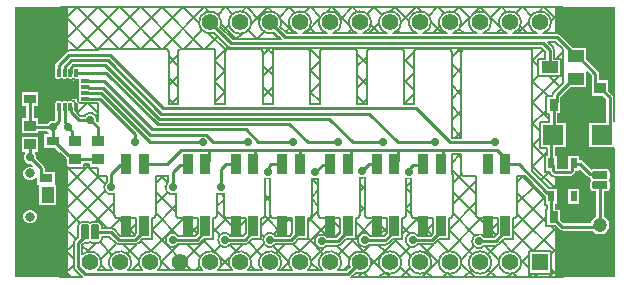
<source format=gbl>
G04*
G04 #@! TF.GenerationSoftware,Altium Limited,Altium Designer,24.2.2 (26)*
G04*
G04 Layer_Physical_Order=2*
G04 Layer_Color=14186556*
%FSLAX25Y25*%
%MOIN*%
G70*
G04*
G04 #@! TF.SameCoordinates,2439F8CB-51F8-4C0C-9BB0-1E6E72BC7716*
G04*
G04*
G04 #@! TF.FilePolarity,Positive*
G04*
G01*
G75*
%ADD15C,0.03150*%
%ADD18C,0.00500*%
%ADD19C,0.01000*%
%ADD20C,0.08661*%
%ADD21C,0.13843*%
%ADD22C,0.05543*%
%ADD23R,0.05543X0.05543*%
%ADD24C,0.02756*%
%ADD25R,0.07087X0.06693*%
G04:AMPARAMS|DCode=26|XSize=25mil|YSize=50mil|CornerRadius=2.5mil|HoleSize=0mil|Usage=FLASHONLY|Rotation=270.000|XOffset=0mil|YOffset=0mil|HoleType=Round|Shape=RoundedRectangle|*
%AMROUNDEDRECTD26*
21,1,0.02500,0.04500,0,0,270.0*
21,1,0.02000,0.05000,0,0,270.0*
1,1,0.00500,-0.02250,-0.01000*
1,1,0.00500,-0.02250,0.01000*
1,1,0.00500,0.02250,0.01000*
1,1,0.00500,0.02250,-0.01000*
%
%ADD26ROUNDEDRECTD26*%
%ADD27R,0.03228X0.07087*%
%ADD28R,0.05512X0.03937*%
%ADD29R,0.04016X0.03701*%
%ADD30R,0.03150X0.04016*%
%ADD31R,0.02362X0.03543*%
%ADD32C,0.04724*%
G04:AMPARAMS|DCode=33|XSize=11.02mil|YSize=27.17mil|CornerRadius=1.38mil|HoleSize=0mil|Usage=FLASHONLY|Rotation=90.000|XOffset=0mil|YOffset=0mil|HoleType=Round|Shape=RoundedRectangle|*
%AMROUNDEDRECTD33*
21,1,0.01102,0.02441,0,0,90.0*
21,1,0.00827,0.02717,0,0,90.0*
1,1,0.00276,0.01221,0.00413*
1,1,0.00276,0.01221,-0.00413*
1,1,0.00276,-0.01221,-0.00413*
1,1,0.00276,-0.01221,0.00413*
%
%ADD33ROUNDEDRECTD33*%
G04:AMPARAMS|DCode=34|XSize=27.17mil|YSize=11.02mil|CornerRadius=1.38mil|HoleSize=0mil|Usage=FLASHONLY|Rotation=90.000|XOffset=0mil|YOffset=0mil|HoleType=Round|Shape=RoundedRectangle|*
%AMROUNDEDRECTD34*
21,1,0.02717,0.00827,0,0,90.0*
21,1,0.02441,0.01102,0,0,90.0*
1,1,0.00276,0.00413,0.01221*
1,1,0.00276,0.00413,-0.01221*
1,1,0.00276,-0.00413,-0.01221*
1,1,0.00276,-0.00413,0.01221*
%
%ADD34ROUNDEDRECTD34*%
%ADD35R,0.06299X0.06299*%
%ADD36R,0.04016X0.03150*%
%ADD37R,0.04331X0.02756*%
%ADD38R,0.04331X0.05512*%
G04:AMPARAMS|DCode=39|XSize=25mil|YSize=50mil|CornerRadius=2.5mil|HoleSize=0mil|Usage=FLASHONLY|Rotation=180.000|XOffset=0mil|YOffset=0mil|HoleType=Round|Shape=RoundedRectangle|*
%AMROUNDEDRECTD39*
21,1,0.02500,0.04500,0,0,180.0*
21,1,0.02000,0.05000,0,0,180.0*
1,1,0.00500,-0.01000,0.02250*
1,1,0.00500,0.01000,0.02250*
1,1,0.00500,0.01000,-0.02250*
1,1,0.00500,-0.01000,-0.02250*
%
%ADD39ROUNDEDRECTD39*%
G36*
X-82500Y30264D02*
X-82788Y30071D01*
X-86267Y26593D01*
X-86532Y26196D01*
X-86625Y25728D01*
Y24841D01*
X-86655Y24795D01*
X-86720Y24468D01*
Y22028D01*
X-86655Y21701D01*
X-86470Y21423D01*
X-86193Y21238D01*
X-85866Y21173D01*
X-85039D01*
X-84712Y21238D01*
X-84469Y21401D01*
X-84224Y21238D01*
X-83898Y21173D01*
X-83071D01*
X-83000Y21188D01*
X-82500Y20846D01*
Y14154D01*
X-83000Y13813D01*
X-83071Y13827D01*
X-83898D01*
X-84224Y13762D01*
X-84469Y13599D01*
X-84712Y13762D01*
X-85039Y13827D01*
X-85866D01*
X-86193Y13762D01*
X-86470Y13577D01*
X-86655Y13299D01*
X-86720Y12972D01*
Y10531D01*
X-86676Y10310D01*
Y7554D01*
X-87152Y7078D01*
X-87913D01*
X-88677Y6762D01*
X-89215Y6224D01*
X-92292D01*
Y8161D01*
X-93777D01*
Y12237D01*
X-92292D01*
Y16787D01*
X-97708D01*
Y12237D01*
X-96223D01*
Y8161D01*
X-97708D01*
Y3060D01*
X-92292D01*
Y3777D01*
X-89215D01*
X-88723Y3285D01*
Y2763D01*
X-90208D01*
Y-1787D01*
X-86522D01*
X-83184Y-5125D01*
X-82787Y-5390D01*
X-82708Y-5406D01*
Y-8161D01*
X-82500D01*
Y-45000D01*
X-100000D01*
Y45000D01*
X-82500D01*
Y30264D01*
D02*
G37*
G36*
X100000Y7310D02*
X99530Y6898D01*
X99431Y6918D01*
Y15060D01*
X99338Y15528D01*
X99073Y15925D01*
X97708Y17290D01*
Y20661D01*
X94716D01*
Y22866D01*
X94622Y23334D01*
X94357Y23731D01*
X90287Y27802D01*
Y31409D01*
X85892D01*
X81436Y35865D01*
X81039Y36130D01*
X80571Y36224D01*
X80000D01*
Y45000D01*
X100000D01*
Y7310D01*
D02*
G37*
G36*
X90775Y-11300D02*
X91172Y-11566D01*
X91640Y-11659D01*
X91781D01*
Y-11800D01*
X91855Y-12171D01*
X92065Y-12485D01*
Y-12515D01*
X91855Y-12829D01*
X91781Y-13200D01*
Y-15200D01*
X91855Y-15571D01*
X92065Y-15885D01*
X92379Y-16095D01*
X92750Y-16169D01*
X93777D01*
Y-24670D01*
X93120Y-25050D01*
X92550Y-25620D01*
X92146Y-26318D01*
X91968Y-26984D01*
X82793D01*
X81787Y-25978D01*
Y-22292D01*
X80000D01*
Y-20483D01*
X80641D01*
Y-15540D01*
X80000D01*
Y-11245D01*
X80027Y-11224D01*
X85000D01*
X85468Y-11130D01*
X85865Y-10865D01*
X86424Y-10306D01*
X86689Y-9909D01*
X86779Y-9460D01*
X88121D01*
Y-9300D01*
X88583Y-9109D01*
X90775Y-11300D01*
D02*
G37*
G36*
X92269Y22359D02*
Y19461D01*
X92292Y19342D01*
Y15560D01*
X95978D01*
X96984Y14553D01*
Y6547D01*
X91328D01*
Y-1546D01*
X99814D01*
X100000Y-1970D01*
Y-45000D01*
X80000D01*
Y-28359D01*
X80500Y-28152D01*
X81422Y-29073D01*
X81818Y-29338D01*
X82287Y-29431D01*
X92601D01*
X93120Y-29950D01*
X93818Y-30354D01*
X94597Y-30562D01*
X95403D01*
X96182Y-30354D01*
X96880Y-29950D01*
X97450Y-29380D01*
X97853Y-28682D01*
X98062Y-27903D01*
Y-27097D01*
X97853Y-26318D01*
X97450Y-25620D01*
X96880Y-25050D01*
X96223Y-24670D01*
Y-16169D01*
X97250D01*
X97621Y-16095D01*
X97935Y-15885D01*
X98145Y-15571D01*
X98219Y-15200D01*
Y-13200D01*
X98145Y-12829D01*
X97935Y-12515D01*
Y-12485D01*
X98145Y-12171D01*
X98219Y-11800D01*
Y-9800D01*
X98145Y-9429D01*
X97935Y-9115D01*
X97621Y-8905D01*
X97250Y-8831D01*
X92750D01*
X92379Y-8905D01*
X92065Y-9115D01*
X92052Y-9116D01*
X89201Y-6266D01*
X88804Y-6000D01*
X88336Y-5907D01*
X88121D01*
Y-4516D01*
X84359D01*
Y-7551D01*
X84336Y-7669D01*
Y-8777D01*
X80664D01*
Y-7669D01*
X80641Y-7551D01*
Y-4516D01*
X80000D01*
Y-1546D01*
X83672D01*
Y6547D01*
X80735D01*
Y9792D01*
X81787D01*
Y13457D01*
X81810Y13575D01*
Y15296D01*
X85105Y18591D01*
X90287D01*
Y23634D01*
X90787Y23841D01*
X92269Y22359D01*
D02*
G37*
%LPC*%
G36*
X-92292Y1940D02*
X-97708D01*
Y-3161D01*
X-96806D01*
X-96599Y-3661D01*
X-96762Y-3823D01*
X-97078Y-4587D01*
Y-5413D01*
X-96762Y-6177D01*
X-96177Y-6762D01*
X-95413Y-7078D01*
X-94652D01*
X-94008Y-7722D01*
X-94291Y-8146D01*
X-94547Y-8040D01*
X-95452D01*
X-96289Y-8387D01*
X-96929Y-9026D01*
X-97275Y-9862D01*
Y-10767D01*
X-96929Y-11603D01*
X-96289Y-12243D01*
X-95452Y-12590D01*
X-94547D01*
X-93711Y-12243D01*
X-93072Y-11603D01*
X-93050Y-11552D01*
X-92550Y-11652D01*
Y-14066D01*
X-91960D01*
Y-20956D01*
X-86229D01*
Y-14044D01*
X-86820D01*
Y-9910D01*
X-90127D01*
Y-8650D01*
X-90220Y-8181D01*
X-90485Y-7784D01*
X-92922Y-5348D01*
Y-4587D01*
X-93238Y-3823D01*
X-93401Y-3661D01*
X-93194Y-3161D01*
X-92292D01*
Y1940D01*
D02*
G37*
G36*
X-94547Y-22410D02*
X-95452D01*
X-96289Y-22757D01*
X-96929Y-23396D01*
X-97275Y-24233D01*
Y-25137D01*
X-96929Y-25974D01*
X-96289Y-26614D01*
X-95452Y-26960D01*
X-94547D01*
X-93711Y-26614D01*
X-93072Y-25974D01*
X-92725Y-25137D01*
Y-24233D01*
X-93072Y-23396D01*
X-93711Y-22757D01*
X-94547Y-22410D01*
D02*
G37*
G36*
X88121Y-15540D02*
X84359D01*
Y-20483D01*
X88121D01*
Y-15540D01*
D02*
G37*
%LPD*%
D15*
X-95000Y-10315D02*
D03*
Y-24685D02*
D03*
D18*
X-80422Y-41645D02*
G03*
X-79997Y-42670I1450J0D01*
G01*
X-80422Y-41645D02*
G03*
X-79994Y-42674I1450J0D01*
G01*
X-77670Y-44997D02*
G03*
X-77667Y-45000I1025J1025D01*
G01*
X-77674Y-44994D02*
G03*
X-77667Y-45000I1028J1022D01*
G01*
X-72263Y-42522D02*
G03*
X-71278Y-40000I-2737J2522D01*
G01*
D02*
G03*
X-77522Y-37263I-3722J0D01*
G01*
X-79997Y-32496D02*
G03*
X-80422Y-33522I1025J-1025D01*
G01*
X-79994Y-32493D02*
G03*
X-80422Y-33522I1022J-1028D01*
G01*
X-75700Y-33450D02*
G03*
X-75000Y-33225I0J1200D01*
G01*
X-72300Y-33450D02*
G03*
X-71100Y-32250I0J1200D01*
G01*
X-75000Y-33225D02*
G03*
X-74300Y-33450I700J975D01*
G01*
X-62263Y-42522D02*
G03*
X-61278Y-40000I-2737J2522D01*
G01*
D02*
G03*
X-67737Y-42522I-3722J0D01*
G01*
X-52263D02*
G03*
X-51278Y-40000I-2737J2522D01*
G01*
D02*
G03*
X-57737Y-42522I-3722J0D01*
G01*
X-66484Y-33502D02*
G03*
X-65456Y-33929I1028J1022D01*
G01*
X-66481Y-33505D02*
G03*
X-65456Y-33929I1025J1025D01*
G01*
X-59861D02*
G03*
X-58833Y-33502I0J1450D01*
G01*
X-59861Y-33929D02*
G03*
X-58836Y-33505I0J1450D01*
G01*
X-66907Y-28978D02*
G03*
X-67936Y-28550I-1028J-1022D01*
G01*
X-66910Y-28975D02*
G03*
X-67936Y-28550I-1025J-1025D01*
G01*
X-75000Y-26775D02*
G03*
X-75700Y-26550I-700J-975D01*
G01*
X-74300D02*
G03*
X-75000Y-26775I0J-1200D01*
G01*
X-77700Y-26550D02*
G03*
X-78900Y-27750I0J-1200D01*
G01*
X-71100D02*
G03*
X-72300Y-26550I-1200J0D01*
G01*
X-45695Y-31029D02*
G03*
X-45663Y-33929I-1805J-1471D01*
G01*
X-32263Y-42522D02*
G03*
X-31278Y-40000I-2737J2522D01*
G01*
D02*
G03*
X-37737Y-42522I-3722J0D01*
G01*
X-22263D02*
G03*
X-21278Y-40000I-2737J2522D01*
G01*
D02*
G03*
X-27737Y-42522I-3722J0D01*
G01*
X-39361Y-33929D02*
G03*
X-38333Y-33502I0J1450D01*
G01*
X-39361Y-33929D02*
G03*
X-38336Y-33505I0J1450D01*
G01*
X-28195Y-31029D02*
G03*
X-28163Y-33929I-1805J-1471D01*
G01*
X-23361D02*
G03*
X-22336Y-33505I0J1450D01*
G01*
X-23361Y-33929D02*
G03*
X-22333Y-33502I0J1450D01*
G01*
X-12263Y-42522D02*
G03*
X-11278Y-40000I-2737J2522D01*
G01*
D02*
G03*
X-17737Y-42522I-3722J0D01*
G01*
X-1278Y-40000D02*
G03*
X-7737Y-42522I-3722J0D01*
G01*
X-2263D02*
G03*
X-1278Y-40000I-2737J2522D01*
G01*
X-13195Y-31029D02*
G03*
X-13163Y-33929I-1805J-1471D01*
G01*
X-7861D02*
G03*
X-6836Y-33505I0J1450D01*
G01*
X-7861Y-33929D02*
G03*
X-6833Y-33502I0J1450D01*
G01*
X3992Y-31480D02*
G03*
X3992Y-34380I-1821J-1450D01*
G01*
X-83344Y-5285D02*
G03*
X-82958Y-5562I1025J1025D01*
G01*
X-83347Y-5282D02*
G03*
X-82958Y-5562I1028J1022D01*
G01*
X-72672Y7500D02*
G03*
X-76821Y8950I-2328J0D01*
G01*
X-84469Y13898D02*
G03*
X-85000Y14060I-571J-926D01*
G01*
X-80015Y12972D02*
G03*
X-81102Y14060I-1088J0D01*
G01*
X-83898D02*
G03*
X-84469Y13898I0J-1088D01*
G01*
X-81929Y14060D02*
G03*
X-82500Y13898I0J-1088D01*
G01*
D02*
G03*
X-83071Y14060I-571J-926D01*
G01*
X-79060Y14134D02*
G03*
X-77972Y13046I1088J0D01*
G01*
X-69433Y-13179D02*
G03*
X-66874Y-17047I1450J-1821D01*
G01*
X-48950Y-13179D02*
G03*
X-46374Y-17038I1450J-1821D01*
G01*
X-72687Y7237D02*
G03*
X-72672Y7500I-2313J262D01*
G01*
X-75532Y13046D02*
G03*
X-75202Y13097I0J1088D01*
G01*
X-82500Y21102D02*
G03*
X-81929Y20940I571J926D01*
G01*
X-83071D02*
G03*
X-82500Y21102I0J1088D01*
G01*
X-80532Y21102D02*
G03*
X-79961Y20940I571J926D01*
G01*
X-81102D02*
G03*
X-80532Y21102I0J1088D01*
G01*
X-79058Y20942D02*
G03*
X-79060Y20866I1085J-76D01*
G01*
X-79134Y20940D02*
G03*
X-79058Y20942I0J1088D01*
G01*
X-84469Y21102D02*
G03*
X-83898Y20940I571J926D01*
G01*
X-85000Y20941D02*
G03*
X-84469Y21102I-39J1087D01*
G01*
X-81923Y30656D02*
G03*
X-82948Y30232I0J-1450D01*
G01*
X-81923Y30656D02*
G03*
X-82951Y30228I0J-1450D01*
G01*
X-78898Y17500D02*
G03*
X-79060Y16929I926J-571D01*
G01*
X-78898Y19468D02*
G03*
X-79060Y18898I926J-571D01*
G01*
Y20039D02*
G03*
X-78898Y19468I1088J0D01*
G01*
X-79060Y18071D02*
G03*
X-78898Y17500I1088J0D01*
G01*
X-78898Y15531D02*
G03*
X-79060Y14961I926J-571D01*
G01*
Y16102D02*
G03*
X-78898Y15531I1088J0D01*
G01*
X-32626Y-17028D02*
G03*
X-30374Y-17047I1142J2028D01*
G01*
X-16626Y-12007D02*
G03*
X-14874Y-12007I876J2157D01*
G01*
X-1126Y-12038D02*
G03*
X1126Y-12038I1126J2038D01*
G01*
X-29025Y31975D02*
G03*
X-28000Y31550I1025J1025D01*
G01*
X-29028Y31978D02*
G03*
X-28000Y31550I1028J1022D01*
G01*
X-31278Y40000D02*
G03*
X-33602Y36551I-3722J0D01*
G01*
X-31551Y38602D02*
G03*
X-31278Y40000I-3449J1398D01*
G01*
X-21278D02*
G03*
X-21278Y40000I-3722J0D01*
G01*
X-11278D02*
G03*
X-13602Y36551I-3722J0D01*
G01*
X-11551Y38602D02*
G03*
X-11278Y40000I-3449J1398D01*
G01*
X-3883Y36450D02*
G03*
X-1278Y40000I-1117J3550D01*
G01*
D02*
G03*
X-6117Y36450I-3722J0D01*
G01*
X12051Y-45000D02*
G03*
X12054Y-44997I-1022J1028D01*
G01*
X7737Y-42522D02*
G03*
X8722Y-40000I-2737J2522D01*
G01*
D02*
G03*
X2263Y-42522I-3722J0D01*
G01*
X12051Y-45000D02*
G03*
X12057Y-44994I-1022J1028D01*
G01*
X13602Y-43449D02*
G03*
X18722Y-40000I1398J3449D01*
G01*
X7688Y-34380D02*
G03*
X8713Y-33956I0J1450D01*
G01*
X7688Y-34380D02*
G03*
X8716Y-33953I0J1450D01*
G01*
X18722Y-40000D02*
G03*
X11551Y-41398I-3722J0D01*
G01*
X28722Y-40000D02*
G03*
X28722Y-40000I-3722J0D01*
G01*
X38722D02*
G03*
X38722Y-40000I-3722J0D01*
G01*
X23491Y-34077D02*
G03*
X24517Y-33652I0J1450D01*
G01*
X23491Y-34077D02*
G03*
X24520Y-33649I0J1450D01*
G01*
X39118Y-33950D02*
G03*
X40147Y-33522I0J1450D01*
G01*
X39118Y-33950D02*
G03*
X40143Y-33525I0J1450D01*
G01*
X18415Y-31177D02*
G03*
X18213Y-34077I-1915J-1323D01*
G01*
X14874Y-11793D02*
G03*
X16626Y-11653I704J2219D01*
G01*
X34321Y-31050D02*
G03*
X34321Y-33950I-1821J-1450D01*
G01*
X30374Y-12007D02*
G03*
X32126Y-12007I876J2157D01*
G01*
X48722Y-40000D02*
G03*
X48722Y-40000I-3722J0D01*
G01*
X58722D02*
G03*
X58722Y-40000I-3722J0D01*
G01*
X68722D02*
G03*
X68722Y-40000I-3722J0D01*
G01*
X56492Y-31480D02*
G03*
X56492Y-34380I-1821J-1450D01*
G01*
X60188D02*
G03*
X61213Y-33956I0J1450D01*
G01*
X60188Y-34380D02*
G03*
X61216Y-33953I0J1450D01*
G01*
X81258Y-29230D02*
G03*
X82287Y-29658I1028J1022D01*
G01*
X81261Y-29233D02*
G03*
X82287Y-29658I1025J1025D01*
G01*
X76463Y-17765D02*
G03*
X76629Y-17908I1025J1025D01*
G01*
X76460Y-17762D02*
G03*
X76629Y-17908I1028J1022D01*
G01*
X79001Y-11025D02*
G03*
X80027Y-11450I1025J1025D01*
G01*
X78998Y-11022D02*
G03*
X80027Y-11450I1028J1022D01*
G01*
X28722Y40000D02*
G03*
X23883Y36450I-3722J0D01*
G01*
X6117D02*
G03*
X8722Y40000I-1117J3550D01*
G01*
D02*
G03*
X3883Y36450I-3722J0D01*
G01*
X18722Y40000D02*
G03*
X13883Y36450I-3722J0D01*
G01*
X16117D02*
G03*
X18722Y40000I-1117J3550D01*
G01*
X48722D02*
G03*
X43883Y36450I-3722J0D01*
G01*
X46117D02*
G03*
X48722Y40000I-1117J3550D01*
G01*
X26117Y36450D02*
G03*
X28722Y40000I-1117J3550D01*
G01*
X36117Y36450D02*
G03*
X38722Y40000I-1117J3550D01*
G01*
D02*
G03*
X33883Y36450I-3722J0D01*
G01*
X78021Y-9710D02*
G03*
X78416Y-10440I1419J296D01*
G01*
X78021Y-9710D02*
G03*
X78419Y-10443I1419J296D01*
G01*
X79561Y16828D02*
G03*
X79137Y15803I1025J-1025D01*
G01*
X79564Y16832D02*
G03*
X79137Y15803I1022J-1028D01*
G01*
X68722Y40000D02*
G03*
X63883Y36450I-3722J0D01*
G01*
X66117D02*
G03*
X68722Y40000I-1117J3550D01*
G01*
X56117Y36450D02*
G03*
X58722Y40000I-1117J3550D01*
G01*
D02*
G03*
X53883Y36450I-3722J0D01*
G01*
X79619Y30831D02*
G03*
X79191Y31859I-1450J0D01*
G01*
X79619Y30831D02*
G03*
X79195Y31856I-1450J0D01*
G01*
X78722Y40000D02*
G03*
X73883Y36450I-3722J0D01*
G01*
X76117D02*
G03*
X78722Y40000I-1117J3550D01*
G01*
X81599Y36022D02*
G03*
X80571Y36450I-1028J-1022D01*
G01*
X81596Y36025D02*
G03*
X80571Y36450I-1025J-1025D01*
G01*
X-79997Y-42670D02*
X-79994Y-42674D01*
X-84584Y-45000D02*
X-80422Y-40838D01*
X-85000Y-41177D02*
X-81178Y-45000D01*
X-84584D02*
X-80422Y-40838D01*
Y-41645D02*
Y-33522D01*
X-85000Y-45000D02*
X-77667D01*
X-77674Y-44994D02*
X-77670Y-44997D01*
X-79994Y-42674D02*
X-77674Y-44994D01*
X-85000Y-38345D02*
X-80422Y-33767D01*
X-85000Y-34106D02*
X-80422Y-38685D01*
X-77522Y-37263D02*
Y-34122D01*
X-76849Y-33450D01*
X-79997Y-32496D02*
X-79994Y-32493D01*
X-75999Y-36415D02*
X-73034Y-33450D01*
X-77522Y-34514D02*
X-75692Y-36343D01*
X-75999Y-36415D02*
X-73034Y-33450D01*
X-74300D02*
X-72300D01*
X-76849D02*
X-75700D01*
X-72263Y-42522D02*
X-67737D01*
X-67963D02*
X-67843Y-42402D01*
X-71343Y-40692D02*
X-69514Y-42522D01*
X-71437Y-38925D02*
X-66223Y-33710D01*
X-71684Y-33280D02*
X-67614Y-37351D01*
X-62263Y-42522D02*
X-57737D01*
X-60892D02*
X-58706Y-40336D01*
X-63964Y-33929D02*
X-58645Y-39248D01*
X-51310Y-39512D02*
X-48300Y-42522D01*
X-51278Y-39979D02*
X-45229Y-33929D01*
X-65456D02*
X-59861D01*
X-71100Y-31516D02*
X-71034Y-31450D01*
X-71100Y-31516D02*
X-71034Y-31450D01*
X-66484Y-33502D02*
X-66481Y-33505D01*
X-68536Y-31450D02*
X-66484Y-33502D01*
X-62598Y-37157D02*
X-59223Y-33781D01*
X-45663Y-33929D02*
X-39361D01*
X-58836Y-33505D02*
X-58833Y-33502D01*
X-57561Y-32230D01*
X-58077Y-32745D02*
X-54512Y-36310D01*
X-57561Y-32230D02*
X-54483D01*
X-79994Y-32493D02*
X-78900Y-31399D01*
X-71100Y-32250D02*
Y-31450D01*
X-68536D01*
X-85000Y-45000D02*
Y-3629D01*
Y-31274D02*
X-69958Y-16232D01*
X-85000Y-27035D02*
X-79768Y-32267D01*
X-78900Y-31399D02*
Y-27750D01*
X-66907Y-28978D02*
X-64855Y-31029D01*
X-66910Y-28975D02*
X-66907Y-28978D01*
X-68134Y-28550D02*
X-64745Y-25161D01*
X-71100Y-28550D02*
X-67936D01*
X-68134D02*
X-64745Y-25161D01*
X-74300Y-26550D02*
X-72300D01*
X-85000Y-19964D02*
X-78270Y-26694D01*
X-85000Y-24203D02*
X-71916Y-11119D01*
X-77700Y-26550D02*
X-75700D01*
X-71100Y-28550D02*
Y-27750D01*
X-66800Y-24564D02*
X-66590Y-24878D01*
X-66874Y-24193D02*
X-66800Y-24564D01*
X-85000Y-12893D02*
X-69343Y-28550D01*
X-82411Y-8411D02*
X-66874Y-23948D01*
X-73205Y-26550D02*
X-66874Y-20219D01*
Y-24193D02*
Y-17047D01*
X-64855Y-31029D02*
X-60462D01*
X-59611Y-30179D01*
X-63542Y-31029D02*
X-59611Y-27099D01*
X-65661Y-25161D02*
X-60127Y-30695D01*
X-59611Y-30179D02*
Y-25161D01*
X-54483Y-32230D02*
Y-25161D01*
Y-29041D02*
X-46374Y-20933D01*
X-54483Y-29268D02*
X-41229Y-42522D01*
X-45695Y-31029D02*
X-39962D01*
X-54664Y-36294D02*
X-43532Y-25161D01*
X-53126Y-23554D02*
X-45651Y-31029D01*
X-44447Y-25161D02*
X-39271Y-30338D01*
X-45776Y-25088D02*
X-45406Y-25161D01*
X-65905D02*
X-59611D01*
X-54094D02*
X-53724Y-25088D01*
X-54483Y-25161D02*
X-54094D01*
X-66276Y-25088D02*
X-65905Y-25161D01*
X-66590Y-24878D02*
X-66276Y-25088D01*
X-53724D02*
X-53410Y-24878D01*
X-53200Y-24564D01*
X-46374Y-24193D02*
X-46300Y-24564D01*
X-53200D02*
X-53126Y-24193D01*
X-46090Y-24878D02*
X-45776Y-25088D01*
X-46300Y-24564D02*
X-46090Y-24878D01*
X-53126Y-24193D02*
Y-11221D01*
Y-16483D02*
X-46374Y-23235D01*
Y-24193D02*
Y-17038D01*
X-53126Y-20613D02*
X-49152Y-16640D01*
X-52263Y-42522D02*
X-37737D01*
X-39679D02*
X-38479Y-41322D01*
X-46750Y-42522D02*
X-36458Y-32230D01*
X-42750Y-33929D02*
X-38334Y-38346D01*
X-33678Y-36521D02*
X-31466Y-34308D01*
X-32263Y-42522D02*
X-27737D01*
X-22263D02*
X-17737D01*
X-31600Y-41514D02*
X-28220Y-38134D01*
X-37220Y-32389D02*
X-28575Y-41034D01*
X-26866Y-36780D02*
X-24016Y-33929D01*
X-38336Y-33505D02*
X-38333Y-33502D01*
X-37061Y-32230D01*
X-39962Y-31029D02*
X-39111Y-30179D01*
X-37061Y-32230D02*
X-33983D01*
X-28373Y-34165D02*
X-26095Y-36443D01*
X-28163Y-33929D02*
X-23361D01*
X-23962Y-31029D02*
X-23111Y-30179D01*
X-28195Y-31029D02*
X-23962D01*
X-22336Y-33505D02*
X-22333Y-33502D01*
X-21061Y-32230D01*
X-21443Y-41095D02*
X-20016Y-42522D01*
X-18466D02*
X-18061Y-42117D01*
X-21570Y-38555D02*
X-16883Y-33868D01*
X-22149Y-33318D02*
X-17855Y-37612D01*
X-11395Y-42522D02*
X-8718Y-39845D01*
X-12263Y-42522D02*
X-7737D01*
X-1279Y-40046D02*
X1197Y-42522D01*
X-2263D02*
X2263D01*
X-13864Y-34532D02*
X-8709Y-39687D01*
X-1311Y-39509D02*
X3161Y-35037D01*
X-21061Y-32230D02*
X-17983D01*
X-12883Y-36939D02*
X-9874Y-33929D01*
X-13163D02*
X-7861D01*
X-17983Y-30413D02*
X-17032Y-31364D01*
X-8462Y-31029D02*
X-7611Y-30179D01*
X-13195Y-31029D02*
X-8462D01*
X-7454Y-33871D02*
X-5046Y-36279D01*
X-6836Y-33505D02*
X-6833Y-33502D01*
X-5561Y-32230D01*
X-2483D01*
Y-31771D02*
X2768Y-37022D01*
X-42329Y-31029D02*
X-39111Y-27812D01*
X-33983Y-28555D02*
X-31665Y-30873D01*
X-29406Y-25161D02*
X-23111D01*
X-33983Y-32230D02*
Y-25161D01*
X-39111Y-30179D02*
Y-25161D01*
X-32626Y-22841D02*
X-24437Y-31029D01*
X-33983Y-29755D02*
X-29390Y-25161D01*
X-28187Y-31029D02*
X-23111Y-25954D01*
X-17983Y-32230D02*
Y-25161D01*
X-17594D01*
X-23111Y-30179D02*
Y-25161D01*
X-23234D02*
X-23111Y-25284D01*
X-17983Y-27897D02*
X-14740Y-24654D01*
X-17594Y-25161D02*
X-17224Y-25088D01*
X-45406Y-25161D02*
X-39111D01*
X-33595D02*
X-33224Y-25088D01*
X-33983Y-25161D02*
X-33595D01*
X-33224Y-25088D02*
X-32910Y-24878D01*
X-32700Y-24564D01*
X-32626Y-24193D01*
Y-17028D01*
X-29776Y-25088D02*
X-29406Y-25161D01*
X-30090Y-24878D02*
X-29776Y-25088D01*
X-17224D02*
X-16910Y-24878D01*
X-16700Y-24564D01*
X-30374Y-24193D02*
Y-17047D01*
X-32626Y-21327D02*
X-30374Y-19075D01*
X-30300Y-24564D02*
X-30090Y-24878D01*
X-30374Y-24193D02*
X-30300Y-24564D01*
X-13905Y-25161D02*
X-7611D01*
Y-30179D02*
Y-25161D01*
X-9092D02*
X-7611Y-26642D01*
X-16724Y-24600D02*
X-10295Y-31029D01*
X-14590Y-24878D02*
X-14276Y-25088D01*
X-13632Y-30617D02*
X-8177Y-25161D01*
X-14276Y-25088D02*
X-13905Y-25161D01*
X-5155Y-36281D02*
X5965Y-25161D01*
X-2483Y-32230D02*
Y-25161D01*
X-2094D01*
X-2483Y-26539D02*
X1126Y-22930D01*
X-2094Y-25161D02*
X-1724Y-25088D01*
X-2033Y-25149D02*
X4298Y-31480D01*
X-1724Y-25088D02*
X-1410Y-24878D01*
X-16700Y-24564D02*
X-16626Y-24193D01*
X-14800Y-24564D02*
X-14590Y-24878D01*
X-14874Y-24193D02*
X-14800Y-24564D01*
X-16626Y-24193D02*
Y-12007D01*
Y-17628D02*
X-14874Y-19379D01*
Y-24193D02*
Y-12007D01*
X-16626Y-19469D02*
X-14874Y-17717D01*
X-1410Y-24878D02*
X-1200Y-24564D01*
X-1126Y-24193D01*
X1200Y-24564D02*
X1410Y-24878D01*
X1126Y-24193D02*
X1200Y-24564D01*
X-1126Y-24193D02*
Y-12038D01*
Y-18111D02*
X1126Y-15859D01*
Y-24193D02*
Y-12038D01*
X-1126Y-18986D02*
X1126Y-21237D01*
X-85000Y-5822D02*
X-82958Y-7864D01*
X-85000Y-10061D02*
X-82958Y-8019D01*
Y-8411D02*
Y-5562D01*
X-83347Y-5282D02*
X-83344Y-5285D01*
X-85000Y-3629D02*
X-83347Y-5282D01*
X-85000Y-17132D02*
X-75458Y-7590D01*
X-82958Y-8411D02*
X-77042D01*
X-82958Y-7864D02*
X-82411Y-8411D01*
X-77042D02*
Y-7060D01*
X-75458D01*
X-76691D02*
X-75458Y-8293D01*
X-81929Y14060D02*
X-81102D01*
X-83898D02*
X-83071D01*
X-80015Y10744D02*
Y11701D01*
Y10744D02*
Y11701D01*
X-78220Y8950D02*
X-76821D01*
X-80015Y10744D02*
X-78220Y8950D01*
X-79176Y9905D02*
X-76035Y13046D01*
X-80015Y11701D02*
Y12972D01*
X-77972Y13046D02*
X-75532D01*
X-53126Y-13542D02*
X-50804Y-11221D01*
X-69433Y-13179D02*
Y-11221D01*
X-75340Y-8411D02*
X-69968Y-13783D01*
X-72189Y-10937D02*
X-71875Y-11147D01*
X-71504Y-11221D02*
X-69433D01*
X-71875Y-11147D02*
X-71504Y-11221D01*
X-53126D02*
X-49754D01*
X-51317D02*
X-49165Y-13373D01*
X-53126Y-13542D02*
X-50804Y-11221D01*
X-49754D02*
X-49383Y-11147D01*
X-48950Y-13179D02*
Y-10759D01*
X-49383Y-11147D02*
X-49069Y-10937D01*
X-75458Y-8411D02*
Y-7060D01*
Y-8293D02*
X-75340Y-8411D01*
X-75584Y13046D02*
X-72473Y9935D01*
X-73127Y8883D02*
X-72473Y9538D01*
X-75202Y13097D02*
X-72473D01*
Y-10252D02*
X-72399Y-10623D01*
X-72473Y-10252D02*
Y-8411D01*
X-49069Y-10937D02*
X-48950Y-10759D01*
X-72399Y-10623D02*
X-72189Y-10937D01*
X-75458Y-8411D02*
X-72473D01*
X-72687Y7237D02*
X-72473Y7023D01*
Y13097D01*
X-48785Y12772D02*
X-45654D01*
X-85000Y15391D02*
X-83669Y14060D01*
X-81929Y20940D02*
X-81102D01*
X-83898D02*
X-83071D01*
X-85000Y14060D02*
Y20941D01*
Y18223D02*
X-82239Y20985D01*
X-83478Y20940D02*
X-79060Y16522D01*
X-82107Y14046D02*
X-79046Y17107D01*
X-79961Y20940D02*
X-79134D01*
X-85000Y29533D02*
X-84323Y28857D01*
X-85000Y28180D02*
X-82951Y30228D01*
X-85000Y28180D02*
Y45000D01*
X-82951Y30228D02*
X-82948Y30232D01*
X-85000Y36604D02*
X-79052Y30656D01*
X-85000Y43675D02*
X-72216Y30892D01*
X-81923Y30656D02*
X-72374D01*
X-85000Y32366D02*
X-72365Y45000D01*
X-85000Y39437D02*
X-79436Y45000D01*
X-79638Y30656D02*
X-65294Y45000D01*
X-79254D02*
X-65470Y31217D01*
X-79060Y14134D02*
Y14961D01*
Y16102D02*
Y16929D01*
Y18071D02*
Y18898D01*
X-48025Y12772D02*
X-45654Y15143D01*
X-48785Y14532D02*
X-47025Y12772D01*
X-48785D02*
Y30248D01*
X-45654Y12772D02*
Y30250D01*
X-48785Y21603D02*
X-45654Y18471D01*
X-79060Y20039D02*
Y20866D01*
X-72374Y30656D02*
X-72189Y30933D01*
X-71875Y31143D01*
X-72567Y30656D02*
X-58223Y45000D01*
X-72183D02*
X-58399Y31217D01*
X-71875Y31143D02*
X-71504Y31217D01*
X-65111Y45000D02*
X-51328Y31217D01*
X-48859Y30619D02*
X-48785Y30248D01*
X-49069Y30933D02*
X-48859Y30619D01*
X-48785Y28674D02*
X-45654Y25542D01*
X-48785Y26154D02*
X-45654Y29285D01*
X-64936Y31217D02*
X-51152Y45000D01*
X-71504Y31217D02*
X-49754D01*
X-49383Y31143D02*
X-49069Y30933D01*
X-49754Y31217D02*
X-49383Y31143D01*
X-33216Y13105D02*
X-32883Y12772D01*
X-31100Y-17296D02*
X-30374Y-18022D01*
X-48785Y19083D02*
X-45654Y22214D01*
X-33290Y30621D02*
X-33216Y30250D01*
Y12772D02*
Y30250D01*
Y27247D02*
X-29906Y23936D01*
X-33216Y20176D02*
X-29906Y16865D01*
X-33216Y12772D02*
X-29906D01*
X-33216Y13438D02*
X-29906Y16749D01*
X-33216Y20509D02*
X-29906Y23820D01*
Y30250D02*
X-29832Y30621D01*
X-29906Y12772D02*
Y30250D01*
X-17542Y30621D02*
X-17468Y30250D01*
X-45654D02*
X-45580Y30621D01*
X-45370Y30935D01*
X-33814Y31145D02*
X-33500Y30935D01*
X-45370D02*
X-45056Y31145D01*
X-44685Y31219D01*
X-34185D02*
X-33814Y31145D01*
X-44685Y31219D02*
X-34185D01*
X-29832Y30621D02*
X-29622Y30935D01*
X-33500D02*
X-33290Y30621D01*
X-17752Y30935D02*
X-17542Y30621D01*
X-18066Y31145D02*
X-17752Y30935D01*
X-29622D02*
X-29308Y31145D01*
X-28937Y31219D01*
X-18437D02*
X-18066Y31145D01*
X-28937Y31219D02*
X-18437D01*
X-16626Y-12398D02*
X-16332Y-12104D01*
X-15098Y-12085D02*
X-14874Y-12308D01*
X-17468Y12772D02*
Y30250D01*
Y18570D02*
X-14158Y15259D01*
X-17468Y12772D02*
X-14158D01*
X-17468Y15044D02*
X-14158Y18355D01*
X-1720Y12772D02*
X1591D01*
X-889Y-12152D02*
X1126Y-14166D01*
X-1720Y12772D02*
Y30250D01*
X-14158Y12772D02*
Y30250D01*
X-1720Y16964D02*
X1591Y13654D01*
X-1720Y16650D02*
X1591Y19961D01*
X-17468Y25641D02*
X-14158Y22330D01*
X-17468Y22115D02*
X-14158Y25426D01*
X-17468Y22115D02*
X-14158Y25426D01*
Y30250D02*
X-14084Y30621D01*
X-13874Y30935D01*
X-13560Y31145D01*
X-13189Y31219D01*
X-1794Y30621D02*
X-1720Y30250D01*
X-2004Y30935D02*
X-1794Y30621D01*
X-1720Y24035D02*
X1591Y20725D01*
X-1720Y23721D02*
X1591Y27032D01*
X-2689Y31219D02*
X-2318Y31145D01*
X-13189Y31219D02*
X-2689D01*
X-1833Y30679D02*
X-963Y31550D01*
X-2318Y31145D02*
X-2004Y30935D01*
X-43720Y31219D02*
X-37601Y37338D01*
X-35181Y36283D02*
X-29706Y30808D01*
X-36649Y31219D02*
X-32459Y35409D01*
X-57864Y31217D02*
X-44081Y45000D01*
X-58040D02*
X-44259Y31219D01*
X-50793Y31217D02*
X-37010Y45000D01*
X-50969D02*
X-37188Y31219D01*
X-33216Y27580D02*
X-28919Y31878D01*
X-23377Y31550D02*
X-23046Y31219D01*
X-28000Y31550D02*
X75399D01*
X-29028Y31978D02*
X-29025Y31975D01*
X-33602Y36551D02*
X-29028Y31978D01*
X-30409Y37459D02*
X-28641Y39227D01*
X-43898Y45000D02*
X-38717Y39819D01*
X-36827Y45000D02*
X-35513Y43686D01*
X-32338Y42601D02*
X-29939Y45000D01*
X-29756D02*
X-27507Y42751D01*
X-31314Y39487D02*
X-26277Y34450D01*
X-31551Y38602D02*
X-27399Y34450D01*
X-26347D02*
X-24482Y36314D01*
X-27399Y34450D02*
X-11501D01*
X-85000Y45000D02*
X82500D01*
X-22685D02*
X-18606Y40921D01*
X-24227Y43641D02*
X-22868Y45000D01*
X-22507Y31219D02*
X-22176Y31550D01*
X-17468Y29186D02*
X-15105Y31550D01*
X-16306D02*
X-14158Y29401D01*
X-19276Y34450D02*
X-16916Y36810D01*
X-22249Y37493D02*
X-19206Y34450D01*
X-12205D02*
X-11853Y34802D01*
X-14079Y36394D02*
X-12135Y34450D01*
X-8365Y31219D02*
X-8034Y31550D01*
X-9235D02*
X-8904Y31219D01*
X-2164Y31550D02*
X1591Y27796D01*
X-8365Y31219D02*
X-8034Y31550D01*
X-13602Y36551D02*
X-11501Y34450D01*
X-1743Y38200D02*
X7Y36450D01*
X-3134D02*
X1415Y40999D01*
X-11551Y38602D02*
X-9399Y36450D01*
X-9802Y36853D02*
X-8326Y38329D01*
X-21315Y39482D02*
X-15797Y45000D01*
X-15614D02*
X-14262Y43648D01*
X-11352Y40738D02*
X-7064Y36450D01*
X-11810Y41916D02*
X-8726Y45000D01*
X-9399Y36450D02*
X-6117D01*
X-3134D02*
X1415Y40999D01*
X-3883Y36450D02*
X3883D01*
X-8543Y45000D02*
X-6800Y43257D01*
X-1472Y45000D02*
X1737Y41791D01*
X-3329Y43325D02*
X-1655Y45000D01*
X7737Y-42522D02*
X10428D01*
X7978Y-42232D02*
X8268Y-42522D01*
X10428D02*
X11551Y-41398D01*
X9819Y-42522D02*
X11399Y-40941D01*
X14411Y-45000D02*
X15770Y-43641D01*
X12054Y-44997D02*
X12057Y-44994D01*
X13602Y-43449D01*
X16303Y-43486D02*
X17818Y-45000D01*
X18419Y-38531D02*
X21817Y-41928D01*
X3992Y-34380D02*
X7688D01*
X7198D02*
X11514Y-38697D01*
X3992Y-31480D02*
X7087D01*
X8713Y-33956D02*
X8716Y-33953D01*
X10439Y-32230D01*
X12118D02*
X16469Y-36581D01*
X15941Y-36399D02*
X18263Y-34077D01*
X18213D02*
X23491D01*
X7763Y-37506D02*
X13040Y-32230D01*
X10439D02*
X13517D01*
X13040D02*
X13517Y-31752D01*
X18415Y-31177D02*
X22891D01*
X21482Y-45000D02*
X23216Y-43266D01*
X28553Y-45000D02*
X31746Y-41807D01*
X23072Y-43183D02*
X24889Y-45000D01*
X18641Y-40770D02*
X27182Y-32230D01*
X28266Y-38216D02*
X31771Y-34711D01*
X26260Y-32230D02*
X31929Y-37898D01*
X28422Y-41463D02*
X31960Y-45000D01*
X42696D02*
X44087Y-43608D01*
X37102Y-43071D02*
X39031Y-45000D01*
X35052Y-33950D02*
X41283Y-40181D01*
X35625Y-45000D02*
X41350Y-39275D01*
X36807Y-36746D02*
X39747Y-33807D01*
X21036Y-34077D02*
X23537Y-36578D01*
X24517Y-33652D02*
X24520Y-33649D01*
X25939Y-32230D01*
X29017D01*
X34321Y-31050D02*
X38517D01*
X34321Y-33950D02*
X39118D01*
X40143Y-33525D02*
X40147Y-33522D01*
X41439Y-32230D01*
X38517Y-31050D02*
X39389Y-30179D01*
X40921Y-32748D02*
X44487Y-36314D01*
X41439Y-32230D02*
X44517D01*
X6718Y-31480D02*
X8389Y-29809D01*
X7087Y-31480D02*
X8389Y-30179D01*
X13517Y-25161D02*
X13905D01*
X5050D02*
X8389Y-28500D01*
X2094Y-25161D02*
X8389D01*
X13517Y-32230D02*
Y-25161D01*
X8389Y-30179D02*
Y-25161D01*
X13517Y-26557D02*
X17259Y-30299D01*
X19192Y-25161D02*
X23889Y-29858D01*
X13517Y-31752D02*
X20108Y-25161D01*
X13905D02*
X14276Y-25088D01*
X17594Y-25161D02*
X23889D01*
X17224Y-25088D02*
X17594Y-25161D01*
X1410Y-24878D02*
X1724Y-25088D01*
X2094Y-25161D01*
X14276Y-25088D02*
X14590Y-24878D01*
X14800Y-24564D01*
X14874Y-24193D01*
Y-11793D01*
X16626Y-24193D02*
X16700Y-24564D01*
X14874Y-23324D02*
X16626Y-21572D01*
X16910Y-24878D02*
X17224Y-25088D01*
X16700Y-24564D02*
X16910Y-24878D01*
X14874Y-16253D02*
X16626Y-14501D01*
X14874Y-13772D02*
X16626Y-15524D01*
Y-24193D02*
Y-11653D01*
X14874Y-20843D02*
X16626Y-22595D01*
X22891Y-31177D02*
X23889Y-30179D01*
Y-28850D01*
Y-30179D02*
Y-28850D01*
X21163Y-31177D02*
X23889Y-28452D01*
Y-28850D02*
Y-25161D01*
X29017Y-32230D02*
Y-25161D01*
Y-27915D02*
X31500Y-30398D01*
X35432Y-31050D02*
X39389Y-27094D01*
Y-30179D02*
Y-25161D01*
X29017Y-30394D02*
X34250Y-25161D01*
X32724Y-25088D02*
X33094Y-25161D01*
X33334D02*
X38870Y-30697D01*
X33094Y-25161D02*
X39389D01*
X29017D02*
X29406D01*
X29776Y-25088D01*
X30090Y-24878D01*
X30300Y-24564D01*
X30374Y-24193D01*
Y-12007D01*
X32126Y-24193D02*
X32200Y-24564D01*
X30374Y-22201D02*
X32126Y-23953D01*
X32410Y-24878D02*
X32724Y-25088D01*
X32200Y-24564D02*
X32410Y-24878D01*
X30374Y-15130D02*
X32126Y-16882D01*
X30374Y-14895D02*
X32126Y-13143D01*
Y-24193D02*
Y-12007D01*
X30374Y-21966D02*
X32126Y-20214D01*
X44819Y-43717D02*
X46102Y-45000D01*
X49767D02*
X52254Y-42512D01*
X48686Y-40513D02*
X53173Y-45000D01*
X44275Y-36350D02*
X55463Y-25161D01*
X48608Y-39088D02*
X53073Y-34623D01*
X44517Y-29273D02*
X52493Y-37249D01*
X12051Y-45000D02*
X82500D01*
X57751Y-42507D02*
X60244Y-45000D01*
X56838D02*
X61315Y-40523D01*
X56695Y-34380D02*
X61394Y-39079D01*
X57512Y-37254D02*
X60402Y-34364D01*
X56492Y-34380D02*
X60188D01*
X56492Y-31480D02*
X59587D01*
X44517Y-32230D02*
Y-25161D01*
X44905D01*
X54536Y-25150D02*
X60227Y-30841D01*
X54224Y-25088D02*
X54594Y-25161D01*
X61213Y-33956D02*
X61216Y-33953D01*
X62939Y-32230D01*
X56364Y-31332D02*
X60889Y-26807D01*
X54594Y-25161D02*
X60889D01*
X59587Y-31480D02*
X60889Y-30179D01*
Y-25161D01*
X63909Y-45000D02*
X65192Y-43717D01*
X70980Y-45000D02*
X72258Y-43722D01*
X65921Y-43606D02*
X67315Y-45000D01*
X68648Y-39262D02*
X71278Y-41892D01*
X62277Y-32891D02*
X65738Y-36352D01*
X71278Y-43722D02*
Y-36278D01*
X68717Y-40192D02*
X71278Y-37630D01*
Y-43722D02*
X78722D01*
Y-42265D02*
X81457Y-45000D01*
X73108Y-43722D02*
X74386Y-45000D01*
X78051D02*
X82500Y-40551D01*
X78722Y-37258D02*
X82500Y-33480D01*
Y-45000D02*
Y-29658D01*
X78722Y-43722D02*
Y-36278D01*
X62939Y-32230D02*
X66017D01*
X71278Y-36278D02*
X78722D01*
X66017Y-29560D02*
X72735Y-36278D01*
X66017Y-32230D02*
Y-25161D01*
X66405D01*
X76987Y-27958D02*
X79986D01*
X66405Y-25161D02*
X66776Y-25088D01*
X81258Y-29230D02*
X81261Y-29233D01*
X82287Y-29658D02*
X82500D01*
X72630Y-36278D02*
X80468Y-28440D01*
X78557Y-27958D02*
X82500Y-31901D01*
X79986Y-27958D02*
X81258Y-29230D01*
X82037Y-25907D02*
X82500Y-26371D01*
X44905Y-25161D02*
X45276Y-25088D01*
X53910Y-24878D02*
X54224Y-25088D01*
X45276D02*
X45590Y-24878D01*
X44517Y-29037D02*
X53626Y-19928D01*
X45590Y-24878D02*
X45800Y-24564D01*
X45874Y-23559D02*
X53337Y-31022D01*
X53700Y-24564D02*
X53910Y-24878D01*
X65522Y-36315D02*
X76987Y-24851D01*
X66776Y-25088D02*
X67090Y-24878D01*
X67300Y-24564D01*
X66017Y-28750D02*
X76629Y-18138D01*
X67300Y-24564D02*
X67374Y-24193D01*
Y-23846D02*
X82500Y-38972D01*
X67374Y-16775D02*
X76987Y-26388D01*
X45800Y-24564D02*
X45874Y-24193D01*
X49756Y-11221D02*
X53626D01*
X49385Y-11147D02*
X49756Y-11221D01*
X45524Y-9067D02*
X53626Y-17169D01*
X45874Y-13537D02*
X48849Y-10562D01*
X45874Y-24193D02*
Y-10807D01*
X49071Y-10937D02*
X49385Y-11147D01*
X45874Y-16488D02*
X53637Y-24251D01*
X45874Y-20608D02*
X53626Y-12856D01*
Y-24193D02*
X53700Y-24564D01*
X67374Y-20321D02*
X73197Y-14499D01*
X67374Y-24193D02*
Y-11221D01*
X53626Y-24193D02*
Y-11221D01*
X67374Y-13250D02*
X69404Y-11221D01*
X67374D02*
X69918D01*
X76987Y-27958D02*
Y-22042D01*
X77310D02*
Y-20733D01*
X76987Y-22042D02*
X77310D01*
X68891Y-11221D02*
X76629Y-18959D01*
Y-20733D02*
X77310D01*
X76629D02*
Y-17908D01*
X80210Y-22042D02*
X82037D01*
X80210Y-20733D02*
X80891D01*
X82037Y-25907D02*
Y-22042D01*
Y-24366D02*
X82500Y-24830D01*
X80210Y-22042D02*
Y-20733D01*
Y-21628D02*
X82500Y-19338D01*
Y-26371D02*
Y-11450D01*
X80891Y-20733D02*
Y-15290D01*
X76460Y-17762D02*
X76463Y-17765D01*
X78089Y-15290D02*
X78089Y-15290D01*
X69918Y-11221D02*
X76460Y-17762D01*
X72474Y-9676D02*
X78089Y-15290D01*
X75247Y-12449D02*
X77986Y-9710D01*
X78419Y-10443D02*
X78998Y-11022D01*
X79476Y-15290D02*
X82500Y-12267D01*
X78089Y-15290D02*
X80891D01*
Y-16150D02*
X82500Y-17759D01*
X80027Y-11450D02*
X82500D01*
X72474Y-7733D02*
X80032Y-15290D01*
X78998Y-11022D02*
X79001Y-11025D01*
X1472Y12772D02*
X1591Y12890D01*
X14028Y12772D02*
X17338D01*
X14028Y15358D02*
X16614Y12772D01*
X14028D02*
Y30250D01*
X1591Y12772D02*
Y30250D01*
X14028Y18256D02*
X17338Y21567D01*
X14028Y22429D02*
X17338Y19119D01*
X15615Y12772D02*
X17338Y14496D01*
X29776Y12791D02*
X33086Y16102D01*
X29776Y20823D02*
X33086Y17513D01*
X29776Y12772D02*
Y30250D01*
X17338Y12772D02*
Y30250D01*
X29776Y19862D02*
X33086Y23173D01*
X29776Y27895D02*
X33086Y24584D01*
X1591Y30250D02*
X1664Y30621D01*
X14028Y29500D02*
X17338Y26190D01*
X13954Y30621D02*
X14028Y30250D01*
X1664Y30621D02*
X1874Y30935D01*
X2188Y31145D01*
X13744Y30935D02*
X13954Y30621D01*
X13430Y31145D02*
X13744Y30935D01*
X14028Y25327D02*
X17338Y28638D01*
Y30250D02*
X17412Y30621D01*
X29776Y26933D02*
X33086Y30244D01*
X29702Y30621D02*
X29776Y30250D01*
X17412Y30621D02*
X17622Y30935D01*
X17936Y31145D01*
X29492Y30935D02*
X29702Y30621D01*
X29178Y31145D02*
X29492Y30935D01*
X45524Y-10078D02*
X45590Y-10122D01*
X45800Y-10436D02*
X45874Y-10807D01*
X45590Y-10122D02*
X45800Y-10436D01*
X45524Y1527D02*
X45601Y1450D01*
X45524Y1527D02*
Y30250D01*
Y-10078D02*
Y-3971D01*
Y-6816D02*
X48370Y-3971D01*
X45601Y1450D02*
X48787D01*
X47499Y-3971D02*
X48787Y-5259D01*
X46719Y1450D02*
X48787Y3518D01*
X45524Y7326D02*
X48787Y10589D01*
X45524Y12147D02*
X48787Y8883D01*
Y1450D02*
Y30248D01*
X45524Y5076D02*
X48787Y1812D01*
X29776Y13752D02*
X30756Y12772D01*
X33086D02*
Y30250D01*
X29776Y12772D02*
X33086D01*
Y30250D02*
X33160Y30621D01*
X33370Y30935D01*
X33684Y31145D01*
X34055Y31219D01*
X45524Y21468D02*
X48787Y24731D01*
X45524Y26289D02*
X48787Y23025D01*
X45524Y14397D02*
X48787Y17660D01*
X45524Y19218D02*
X48787Y15954D01*
X44926Y31145D02*
X45240Y30935D01*
X44555Y31219D02*
X44926Y31145D01*
X45450Y30621D02*
X45524Y30250D01*
X45240Y30935D02*
X45450Y30621D01*
X2188Y31145D02*
X2559Y31219D01*
X13059D02*
X13430Y31145D01*
X2559Y31219D02*
X13059D01*
X5777D02*
X6108Y31550D01*
X4907D02*
X5238Y31219D01*
X12848D02*
X13180Y31550D01*
X11978D02*
X12309Y31219D01*
X17936Y31145D02*
X18307Y31219D01*
X19919D02*
X20251Y31550D01*
X18307Y31219D02*
X28807D01*
X18603Y39067D02*
X21220Y36450D01*
X18079D02*
X21294Y39664D01*
X19049Y31550D02*
X19381Y31219D01*
X11009Y36450D02*
X12157Y37598D01*
X6791Y36737D02*
X7078Y36450D01*
X4002Y43585D02*
X5416Y45000D01*
X5599D02*
X11356Y39243D01*
X4002Y43585D02*
X5416Y45000D01*
X6117Y36450D02*
X13883D01*
X16117D02*
X23883D01*
X8563Y41076D02*
X12487Y45000D01*
X12670D02*
X14067Y43603D01*
X19741Y45000D02*
X22242Y42499D01*
X17402Y42843D02*
X19558Y45000D01*
X28807Y31219D02*
X29178Y31145D01*
X41132Y31219D02*
X41464Y31550D01*
X40262D02*
X40594Y31219D01*
X26990D02*
X27322Y31550D01*
X26120D02*
X26452Y31219D01*
X33191Y31550D02*
X33632Y31110D01*
X34061Y31219D02*
X34393Y31550D01*
X34055Y31219D02*
X44555D01*
X45524Y28539D02*
X48535Y31550D01*
X47333D02*
X48787Y30096D01*
X39293Y36450D02*
X41521Y38678D01*
X46364Y36450D02*
X46514Y36600D01*
X26117Y36450D02*
X33883D01*
X32222D02*
X32783Y37011D01*
X27499Y37242D02*
X28291Y36450D01*
X25336Y43707D02*
X26629Y45000D01*
X28722Y40021D02*
X33701Y45000D01*
X26812D02*
X31312Y40500D01*
X38718Y40165D02*
X42434Y36450D01*
X36117D02*
X43883D01*
X37989Y42217D02*
X40772Y45000D01*
X33884D02*
X35166Y43718D01*
X40955Y45000D02*
X42889Y43065D01*
X46322Y43479D02*
X47843Y45000D01*
X48787Y-10252D02*
Y-3971D01*
X48861Y-10623D02*
X49071Y-10937D01*
X48787Y-10252D02*
X48861Y-10623D01*
X72474Y-9676D02*
Y30248D01*
X45524Y-3971D02*
X48787D01*
X72474Y-1079D02*
X74936Y1382D01*
X72474Y6409D02*
X74936Y3948D01*
X76629Y-9710D02*
Y-4267D01*
Y-9710D02*
X78021D01*
X76629Y-4267D02*
X77310D01*
X72474Y-8150D02*
X77310Y-3315D01*
X72474Y-662D02*
X76629Y-4816D01*
X74936Y-1797D02*
X77310D01*
X74936D02*
Y6797D01*
X72474Y27622D02*
X74463Y25633D01*
X72474Y20134D02*
X74463Y22123D01*
Y27918D02*
X76719D01*
X72401Y30619D02*
X72474Y30248D01*
X48787D02*
X48861Y30619D01*
X74463Y22082D02*
Y27918D01*
X76719D02*
Y30230D01*
X72474Y5992D02*
X76987Y10505D01*
X72474Y13480D02*
X78062Y7893D01*
X74936Y6797D02*
X78062D01*
X76987Y9542D02*
X78062D01*
X72474Y13063D02*
X81493Y22082D01*
X72474Y20551D02*
X77568Y15458D01*
X76987D02*
X79137D01*
X74463Y22082D02*
X81875D01*
X78416Y-10440D02*
X78419Y-10443D01*
X80210Y-4267D02*
Y-1797D01*
X77310Y-4267D02*
Y-1797D01*
X80891Y-7669D02*
Y-4267D01*
X80210D02*
X80891D01*
Y-8550D02*
Y-7669D01*
Y-8550D02*
X82500D01*
X80891D02*
Y-7669D01*
X80680Y-1797D02*
X82500Y-3616D01*
X80210Y-1797D02*
X82500D01*
Y-8550D02*
Y-1797D01*
X80891Y-6805D02*
X82500Y-5196D01*
X76987Y9542D02*
Y15458D01*
X78062Y6797D02*
Y9542D01*
X79137Y15458D02*
Y15803D01*
X79561Y16828D02*
X79564Y16832D01*
X79619Y27918D02*
Y30831D01*
X79564Y16832D02*
X82500Y19767D01*
X78015Y22082D02*
X81415Y18682D01*
X81493Y22082D02*
X81875Y22464D01*
X82500Y23089D01*
X80259Y27918D02*
X82500Y30160D01*
X79619Y27918D02*
X81875D01*
Y22082D02*
Y27918D01*
Y25293D02*
X82500Y24668D01*
X48861Y30619D02*
X49071Y30933D01*
X49385Y31143D01*
X49756Y31217D01*
X55273D02*
X55606Y31550D01*
X54405D02*
X54738Y31217D01*
X61476Y31550D02*
X61809Y31217D01*
X60506Y36450D02*
X61939Y37883D01*
X49756Y31217D02*
X71506D01*
X62344D02*
X62677Y31550D01*
X66117Y36450D02*
X73883D01*
X63505Y36592D02*
X63647Y36450D01*
X67577D02*
X71282Y40154D01*
X46117Y36450D02*
X53883D01*
X56452Y36573D02*
X56576Y36450D01*
X53435D02*
X53555Y36570D01*
X48065Y37889D02*
X49505Y36450D01*
X48026Y45000D02*
X51573Y41452D01*
X48400Y38486D02*
X51780Y41866D01*
X53134Y43220D02*
X54914Y45000D01*
X56117Y36450D02*
X63883D01*
X58205Y41892D02*
X61592Y38505D01*
X58430Y41445D02*
X61985Y45000D01*
X55097D02*
X56892Y43205D01*
X67117Y43061D02*
X69056Y45000D01*
X62168D02*
X63686Y43482D01*
X71877Y31143D02*
X72191Y30933D01*
X72474Y27205D02*
X76109Y30840D01*
X72191Y30933D02*
X72401Y30619D01*
X69415Y31217D02*
X69748Y31550D01*
X68547D02*
X68880Y31217D01*
X75399Y31550D02*
X76719Y30230D01*
X71506Y31217D02*
X71877Y31143D01*
X79191Y31859D02*
X79195Y31856D01*
X82500Y19767D02*
Y31020D01*
X77501Y33550D02*
X79191Y31859D01*
X77501Y33550D02*
X79970D01*
X82500Y31020D01*
X78160Y32891D02*
X78819Y33550D01*
X68482Y38686D02*
X70718Y36450D01*
X77223Y37016D02*
X77789Y36450D01*
X76117D02*
X80571D01*
X69239Y45000D02*
X72016Y42223D01*
X74845Y43718D02*
X76127Y45000D01*
X81599Y36022D02*
X82500Y35122D01*
X81596Y36025D02*
X81599Y36022D01*
X76310Y45000D02*
X82500Y38810D01*
X78689Y40491D02*
X82500Y44302D01*
Y35122D02*
Y45000D01*
X81434Y36165D02*
X82500Y37231D01*
D19*
X86383Y-7131D02*
X88336D01*
X86240Y-6988D02*
X86383Y-7131D01*
X91640Y-10435D02*
X94635D01*
X88336Y-7131D02*
X91640Y-10435D01*
X94635D02*
X95000Y-10800D01*
X78760Y1260D02*
X80000Y2500D01*
X95000Y1929D02*
X95571Y2500D01*
X85000Y-10000D02*
X85559Y-9441D01*
X80027Y-10000D02*
X85000D01*
X79441Y-9414D02*
X80027Y-10000D01*
X79441Y-9414D02*
Y-7669D01*
X85559Y-9441D02*
Y-7669D01*
X78760Y-6988D02*
X79441Y-7669D01*
X78760Y-6988D02*
Y1260D01*
X85559Y-7669D02*
X86240Y-6988D01*
X-28000Y33000D02*
X76000D01*
X78169Y30831D01*
Y25000D02*
Y30831D01*
X-35000Y40000D02*
X-28000Y33000D01*
X16627Y-32627D02*
X23491D01*
X16500Y-32500D02*
X16627Y-32627D01*
X23491D02*
X25339Y-30779D01*
Y-28850D01*
X26453Y-27736D01*
X54671Y-32930D02*
X60188D01*
X80571Y35000D02*
X86831Y28740D01*
X-10000Y35000D02*
X80571D01*
X-15000Y40000D02*
X-10000Y35000D01*
X-78972Y-41645D02*
X-76645Y-43972D01*
X11028D02*
X15000Y-40000D01*
X-76645Y-43972D02*
X11028D01*
X-78972Y-33522D02*
X-76700Y-31250D01*
Y-30000D01*
X-78972Y-41645D02*
Y-33522D01*
X32500Y-32500D02*
X39118D01*
X41953Y-29665D01*
X2171Y-32930D02*
X7688D01*
X10953Y-29665D01*
X-91350Y-11110D02*
X-90472Y-11988D01*
X-91350Y-11110D02*
Y-8650D01*
X-90472Y-11988D02*
X-89685D01*
X-95000Y-5000D02*
X-91350Y-8650D01*
X78760Y-24248D02*
X79512Y-25000D01*
X78760Y-24248D02*
Y-18012D01*
X-60064Y64D02*
Y2878D01*
X-71733Y14547D02*
X-60064Y2878D01*
Y64D02*
X-60000Y0D01*
X59943D02*
X60000Y58D01*
X45000Y0D02*
X59943D01*
X-50574Y11322D02*
X33678D01*
X45000Y0D01*
X-68458Y29206D02*
X-50574Y11322D01*
X-85402Y23299D02*
Y25728D01*
X-85453Y23248D02*
X-85402Y23299D01*
X-81923Y29206D02*
X-68458D01*
X-85402Y25728D02*
X-81923Y29206D01*
X39942Y0D02*
X40000Y58D01*
X27500Y0D02*
X39942D01*
X-51278Y9622D02*
X17878D01*
X-69163Y27506D02*
X-51278Y9622D01*
X17878D02*
X27500Y0D01*
X-83433Y25292D02*
X-81219Y27506D01*
X-69163D01*
X-83484Y23248D02*
X-83433Y23299D01*
Y25292D01*
X22500Y0D02*
Y58D01*
X22443Y0D02*
X22500Y58D01*
X12500Y0D02*
X22443D01*
X4578Y7922D02*
X12500Y0D01*
X-51982Y7922D02*
X4578D01*
X-69867Y25806D02*
X-51982Y7922D01*
X-81516Y23248D02*
X-81465Y23299D01*
Y24857D01*
X-80515Y25806D01*
X-69867D01*
X7442Y0D02*
X7500Y58D01*
X-2500Y0D02*
X7442D01*
X-8535Y6035D02*
X-2500Y0D01*
X-52500Y6035D02*
X-8535D01*
X-69713Y23248D02*
X-52500Y6035D01*
X-79547Y23248D02*
X-69713D01*
X-76701Y20402D02*
X-70375D01*
X-54309Y4335D01*
X-18854Y58D02*
X-7500D01*
X-23132Y4335D02*
X-18854Y58D01*
X-54309Y4335D02*
X-23132D01*
X-76752Y20453D02*
X-76701Y20402D01*
Y18433D02*
X-75579D01*
X-76752Y18484D02*
X-76701Y18433D01*
X-36432Y2635D02*
X-33854Y58D01*
X-22500D01*
X-70644Y18267D02*
X-55013Y2635D01*
X-36432D01*
X-75413Y18267D02*
X-70644D01*
X-75579Y18433D02*
X-75413Y18267D01*
X-76752Y16516D02*
X-71297D01*
X-54839Y58D02*
X-37500D01*
X-71297Y16516D02*
X-54839Y58D01*
X-76752Y14547D02*
X-71733D01*
X-73300Y-30000D02*
X-67936D01*
X-65456Y-32480D01*
X-59861D01*
X-57047Y-29665D01*
Y-27736D01*
X-47500Y-32500D02*
X-47480Y-32480D01*
X-39361D01*
X-36547Y-29665D01*
X-80000Y-5610D02*
X-72500D01*
X-87067Y488D02*
X-82319Y-4260D01*
X-81350D02*
X-80000Y-5610D01*
X-87500Y488D02*
X-87067D01*
X-82319Y-4260D02*
X-81350D01*
X-72500Y610D02*
Y5000D01*
X-75000Y7500D02*
X-72500Y5000D01*
X-81465Y10143D02*
Y11701D01*
X-78821Y7500D02*
X-75000D01*
X-81516Y11752D02*
X-81465Y11701D01*
Y10143D02*
X-78821Y7500D01*
X-82500Y5000D02*
Y5475D01*
X-80875Y1485D02*
X-80000Y610D01*
X-82500Y5000D02*
X-80875Y3375D01*
Y1485D02*
Y3375D01*
X-83484Y6459D02*
X-82500Y5475D01*
X-83484Y6459D02*
Y11752D01*
X98208Y5137D02*
Y15060D01*
X95571Y2500D02*
X98208Y5137D01*
X95000Y18110D02*
X95157D01*
X98208Y15060D01*
X93492Y19461D02*
X94842Y18110D01*
X87618Y28740D02*
X93492Y22866D01*
X94842Y18110D02*
X95000D01*
X93492Y19461D02*
Y22866D01*
X86831Y28740D02*
X87618D01*
X80587Y13575D02*
Y15803D01*
X79512Y12500D02*
X80587Y13575D01*
X86043Y21260D02*
X86831D01*
X80587Y15803D02*
X86043Y21260D01*
X79512Y2583D02*
Y12500D01*
X79429Y2500D02*
X79512Y2583D01*
X95000Y-27500D02*
Y-14200D01*
X82287Y-28208D02*
X94292D01*
X95000Y-27500D01*
X79512Y-25433D02*
Y-25000D01*
Y-25433D02*
X82287Y-28208D01*
X79429Y2500D02*
X80000D01*
X63453Y-7264D02*
X68012D01*
X78760Y-18012D02*
Y-17421D01*
X78079Y-16740D02*
X78760Y-17421D01*
X77488Y-16740D02*
X78079D01*
X68012Y-7264D02*
X77488Y-16740D01*
X42500Y-2520D02*
X60639D01*
X27500D02*
X42500D01*
X41953Y-7264D02*
X42500Y-6717D01*
Y-2520D01*
X12500D02*
X27500D01*
Y-6216D02*
Y-2520D01*
X26453Y-7264D02*
X27500Y-6216D01*
X-5000Y-2520D02*
X12500D01*
X12067Y-6150D02*
Y-2953D01*
X12500Y-2520D01*
X10953Y-7264D02*
X12067Y-6150D01*
X-20000Y-2520D02*
X-5000D01*
Y-5000D02*
Y-2520D01*
X-5047Y-7264D02*
Y-5047D01*
X-5000Y-5000D01*
X-35000Y-2520D02*
X-20000D01*
Y-5000D02*
Y-2520D01*
X-20547Y-5547D02*
X-20000Y-5000D01*
X-20547Y-7264D02*
Y-5547D01*
X-44564Y-2520D02*
X-35000D01*
X-35433Y-6150D02*
Y-2953D01*
X-36547Y-7264D02*
X-35433Y-6150D01*
Y-2953D02*
X-35000Y-2520D01*
X63453Y-7264D02*
Y-5335D01*
X60639Y-2520D02*
X63453Y-5335D01*
X-49307Y-7264D02*
X-44564Y-2520D01*
X-57047Y-7264D02*
X-49307D01*
X31250Y-9850D02*
X31586Y-9514D01*
X32500Y-7500D02*
X34933D01*
X35169Y-7264D01*
X31586Y-9514D02*
Y-8414D01*
X35169Y-7264D02*
X36047D01*
X31586Y-8414D02*
X32500Y-7500D01*
X15578Y-9574D02*
X17888Y-7264D01*
X20547D01*
X0Y-10000D02*
X2500Y-7500D01*
X4811D02*
X5047Y-7264D01*
X2500Y-7500D02*
X4811D01*
X60188Y-32930D02*
X63453Y-29665D01*
Y-27736D01*
X41953Y-29665D02*
Y-27736D01*
X-15750Y-9850D02*
X-15414Y-9514D01*
Y-7914D02*
X-14764Y-7264D01*
X-10953D01*
X-15414Y-9514D02*
Y-7914D01*
X-15000Y-32500D02*
X-14979Y-32480D01*
X-7861D01*
X-30000Y-32500D02*
X-29980Y-32480D01*
X-23361D01*
X-20547Y-29665D01*
X10953D02*
Y-27736D01*
X-67984Y-10484D02*
X-65000Y-7500D01*
X-67984Y-15000D02*
Y-10484D01*
X-63189Y-7500D02*
X-62953Y-7264D01*
X-65000Y-7500D02*
X-63189D01*
X-42670Y-7481D02*
X-42453Y-7264D01*
X-47500Y-15000D02*
Y-10000D01*
X-44981Y-7481D02*
X-42670D01*
X-47500Y-10000D02*
X-44981Y-7481D01*
X-31484Y-8984D02*
X-29764Y-7264D01*
X-26453D01*
X-31484Y-15000D02*
Y-8984D01*
X-5000Y-29618D02*
Y-27500D01*
X-7861Y-32480D02*
X-5000Y-29618D01*
X-5047Y-27736D02*
Y-27547D01*
X-5000Y-27500D01*
X-20547Y-29665D02*
Y-27736D01*
X-36547Y-29665D02*
Y-27736D01*
X-95000Y5610D02*
Y14512D01*
X-87500Y5000D02*
X-85453Y7047D01*
Y11752D01*
X-95000Y5610D02*
X-94390Y5000D01*
X-87500D01*
Y488D02*
Y5000D01*
X-95000Y-5000D02*
Y-610D01*
D20*
X90000Y-37750D02*
D03*
Y37500D02*
D03*
D21*
X-90000Y-35000D02*
D03*
Y35000D02*
D03*
D22*
X-75000Y-40000D02*
D03*
X-45000D02*
D03*
X75000Y40000D02*
D03*
X65000D02*
D03*
X55000D02*
D03*
X45000D02*
D03*
X35000D02*
D03*
X25000D02*
D03*
X15000D02*
D03*
X5000D02*
D03*
X-5000D02*
D03*
X-15000D02*
D03*
X-25000D02*
D03*
X-35000D02*
D03*
X65000Y-40000D02*
D03*
X55000D02*
D03*
X45000D02*
D03*
X35000D02*
D03*
X25000D02*
D03*
X15000D02*
D03*
X5000D02*
D03*
X-5000D02*
D03*
X-15000D02*
D03*
X-25000D02*
D03*
X-35000D02*
D03*
X-55000D02*
D03*
X-65000D02*
D03*
D23*
X75000D02*
D03*
D24*
X97500Y37500D02*
D03*
Y27500D02*
D03*
Y-32500D02*
D03*
Y-42500D02*
D03*
X95000Y42500D02*
D03*
Y32500D02*
D03*
X90000Y12500D02*
D03*
X87500Y7500D02*
D03*
Y-2500D02*
D03*
Y-12500D02*
D03*
X90000Y-17500D02*
D03*
X85000Y42500D02*
D03*
X82500Y37500D02*
D03*
Y-32500D02*
D03*
Y-42500D02*
D03*
X-85000Y42500D02*
D03*
Y-27500D02*
D03*
X-95000Y42500D02*
D03*
X-97500Y27500D02*
D03*
X-95000Y-17500D02*
D03*
X-97500Y-42500D02*
D03*
X16500Y-32500D02*
D03*
X32500D02*
D03*
X54671Y-32930D02*
D03*
X-15000Y-32500D02*
D03*
X2171Y-32930D02*
D03*
X-60000Y0D02*
D03*
X60000Y58D02*
D03*
X40000D02*
D03*
X22500D02*
D03*
X7500D02*
D03*
X-7500D02*
D03*
X-22500D02*
D03*
X-37500D02*
D03*
X-47500Y-32500D02*
D03*
X-82500Y5000D02*
D03*
X-75000Y7500D02*
D03*
X31250Y-9850D02*
D03*
X15578Y-9574D02*
D03*
X0Y-10000D02*
D03*
X-15750Y-9850D02*
D03*
X-30000Y-32500D02*
D03*
X-31484Y-15000D02*
D03*
X-47500D02*
D03*
X-67984D02*
D03*
X-87500Y5000D02*
D03*
X-95000Y-5000D02*
D03*
D25*
X95571Y2500D02*
D03*
X79429D02*
D03*
D26*
X95000Y-10800D02*
D03*
Y-14200D02*
D03*
D27*
X63453Y-7264D02*
D03*
X57547D02*
D03*
Y-27736D02*
D03*
X63453D02*
D03*
X41953Y-7264D02*
D03*
X36047D02*
D03*
Y-27736D02*
D03*
X41953D02*
D03*
X-57047Y-7264D02*
D03*
X-62953D02*
D03*
Y-27736D02*
D03*
X-57047D02*
D03*
X26453D02*
D03*
X20547D02*
D03*
Y-7264D02*
D03*
X26453D02*
D03*
X10953Y-27736D02*
D03*
X5047D02*
D03*
Y-7264D02*
D03*
X10953D02*
D03*
X-5047Y-27736D02*
D03*
X-10953D02*
D03*
Y-7264D02*
D03*
X-5047D02*
D03*
X-20547Y-27736D02*
D03*
X-26453D02*
D03*
Y-7264D02*
D03*
X-20547D02*
D03*
X-36547Y-27736D02*
D03*
X-42453D02*
D03*
Y-7264D02*
D03*
X-36547D02*
D03*
D28*
X86831Y28740D02*
D03*
Y21260D02*
D03*
X78169Y25000D02*
D03*
D29*
X95000Y18110D02*
D03*
Y11890D02*
D03*
X-72500Y-5610D02*
D03*
Y610D02*
D03*
X-80000D02*
D03*
Y-5610D02*
D03*
X-95000Y-610D02*
D03*
Y5610D02*
D03*
D30*
X85488Y12500D02*
D03*
X79512D02*
D03*
X85488Y-25000D02*
D03*
X79512D02*
D03*
D31*
X78760Y-6988D02*
D03*
X82500D02*
D03*
X86240D02*
D03*
Y-18012D02*
D03*
X78760D02*
D03*
D32*
X95000Y-27500D02*
D03*
D33*
X-76752Y20453D02*
D03*
Y18484D02*
D03*
Y16516D02*
D03*
Y14547D02*
D03*
X-88248D02*
D03*
Y16516D02*
D03*
Y20453D02*
D03*
Y18484D02*
D03*
D34*
X-79547Y11752D02*
D03*
X-81516D02*
D03*
X-83484D02*
D03*
X-85453D02*
D03*
Y23248D02*
D03*
X-83484D02*
D03*
X-81516D02*
D03*
X-79547D02*
D03*
D35*
X-82500Y17500D02*
D03*
D36*
X-95000Y20488D02*
D03*
Y14512D02*
D03*
X-87500Y-5488D02*
D03*
Y488D02*
D03*
D37*
X-89685Y-23012D02*
D03*
Y-11988D02*
D03*
D38*
X-89095Y-17500D02*
D03*
D39*
X-73300Y-30000D02*
D03*
X-76700D02*
D03*
M02*

</source>
